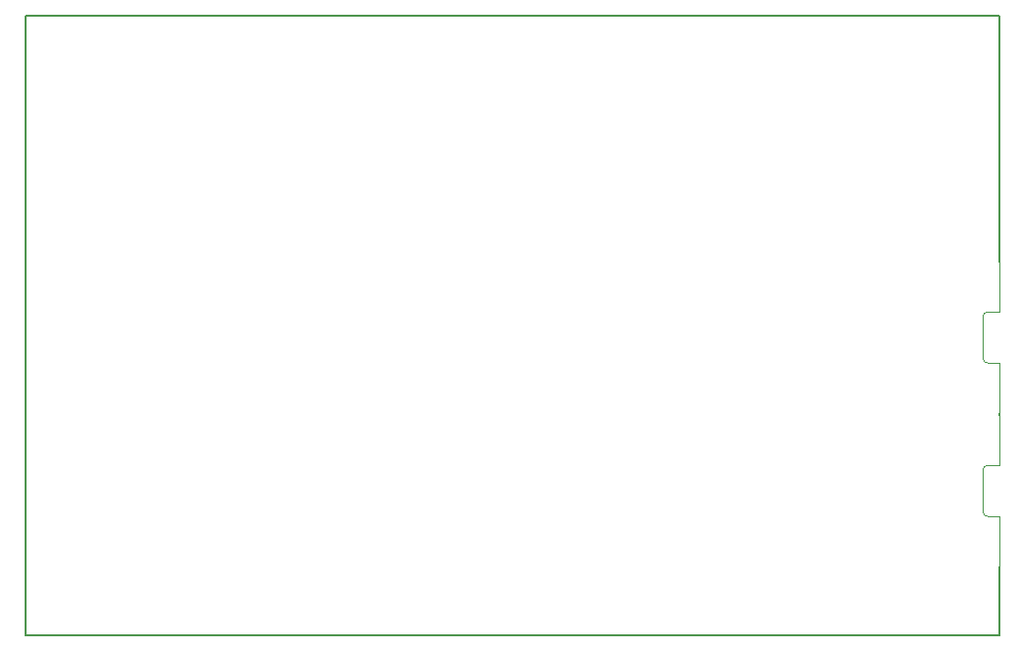
<source format=gbr>
%TF.GenerationSoftware,KiCad,Pcbnew,9.0.7*%
%TF.CreationDate,2026-02-04T01:14:12-07:00*%
%TF.ProjectId,ShieldV1,53686965-6c64-4563-912e-6b696361645f,rev?*%
%TF.SameCoordinates,Original*%
%TF.FileFunction,Profile,NP*%
%FSLAX46Y46*%
G04 Gerber Fmt 4.6, Leading zero omitted, Abs format (unit mm)*
G04 Created by KiCad (PCBNEW 9.0.7) date 2026-02-04 01:14:12*
%MOMM*%
%LPD*%
G01*
G04 APERTURE LIST*
%TA.AperFunction,Profile*%
%ADD10C,0.150000*%
%TD*%
%TA.AperFunction,Profile*%
%ADD11C,0.120000*%
%TD*%
G04 APERTURE END LIST*
D10*
X100762000Y-46660000D02*
X84762000Y-46660000D01*
X168580000Y-46660000D02*
X168580000Y-61900000D01*
X168580000Y-96190000D02*
X168590000Y-94040000D01*
X165278000Y-100000000D02*
X100762000Y-100000000D01*
X100762000Y-46660000D02*
X163500000Y-46660000D01*
X168580000Y-96190000D02*
X168580000Y-100000000D01*
X168580000Y-100000000D02*
X165278000Y-100000000D01*
X168590000Y-67830000D02*
X168580000Y-61900000D01*
X168580000Y-46660000D02*
X163500000Y-46660000D01*
X100762000Y-100000000D02*
X84762000Y-100000000D01*
X168590000Y-80830000D02*
X168590000Y-81040000D01*
X84762000Y-100000000D02*
X84762000Y-46660000D01*
D11*
%TO.C,J11*%
X167190000Y-72530000D02*
X167190000Y-76130000D01*
X167590000Y-72130000D02*
X168590000Y-72130000D01*
X167590000Y-76530000D02*
X168590000Y-76530000D01*
X168590000Y-72130000D02*
X168590000Y-67830000D01*
X168590000Y-76530000D02*
X168590000Y-80830000D01*
X167190000Y-72530000D02*
G75*
G02*
X167590000Y-72130000I400000J0D01*
G01*
X167590000Y-76530000D02*
G75*
G02*
X167190000Y-76130000I2J400002D01*
G01*
%TO.C,J10*%
X167190000Y-85740000D02*
X167190000Y-89340000D01*
X167590000Y-85340000D02*
X168590000Y-85340000D01*
X167590000Y-89740000D02*
X168590000Y-89740000D01*
X168590000Y-85340000D02*
X168590000Y-81040000D01*
X168590000Y-89740000D02*
X168590000Y-94040000D01*
X167190000Y-85740000D02*
G75*
G02*
X167590000Y-85340000I400000J0D01*
G01*
X167590000Y-89740000D02*
G75*
G02*
X167190000Y-89340000I2J400002D01*
G01*
%TD*%
M02*

</source>
